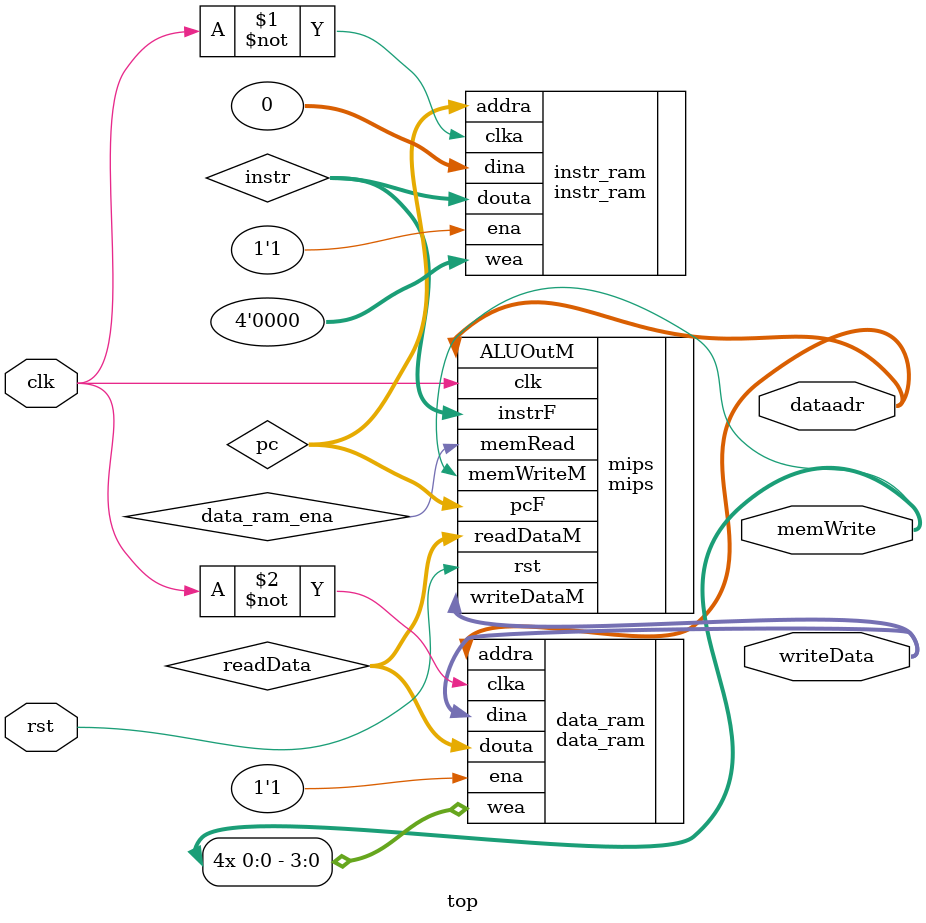
<source format=v>
`timescale 1ns / 1ps


module top(
    input clk, rst,
    output [31:0] writeData,dataadr,
    output memWrite
    );
    wire data_ram_ena;
    wire [31:0] instr, pc, readData;

    mips mips(
        .clk(clk),
        .rst(rst),
        .readDataM(readData), 
        .instrF(instr),
        .pcF(pc),
        .ALUOutM(dataadr),
        .writeDataM(writeData),
        .memWriteM(memWrite),
        .memRead(data_ram_ena)
    );

    // instr memory
    instr_ram instr_ram (
        .clka(~clk),    // input wire clka
        .ena(1'b1),      // input wire ena
        .wea(4'b0),      // input wire [3 : 0] wea
        .addra(pc),  // input wire [31 : 0] addra
        .dina(32'b0),    // input wire [31 : 0] dina
        .douta(instr)  // output wire [31 : 0] douta
    );
    // data memory
    data_ram data_ram (
        .clka(~clk),    // input wire clka
        .ena(1'b1),      // input wire ena
        .wea({4{memWrite}}),      // input wire [3 : 0] wea
        .addra(dataadr),  // input wire [31 : 0] addra
        .dina(writeData),    // input wire [31 : 0] dina
        .douta(readData)  // output wire [31 : 0] douta
    );
endmodule
</source>
